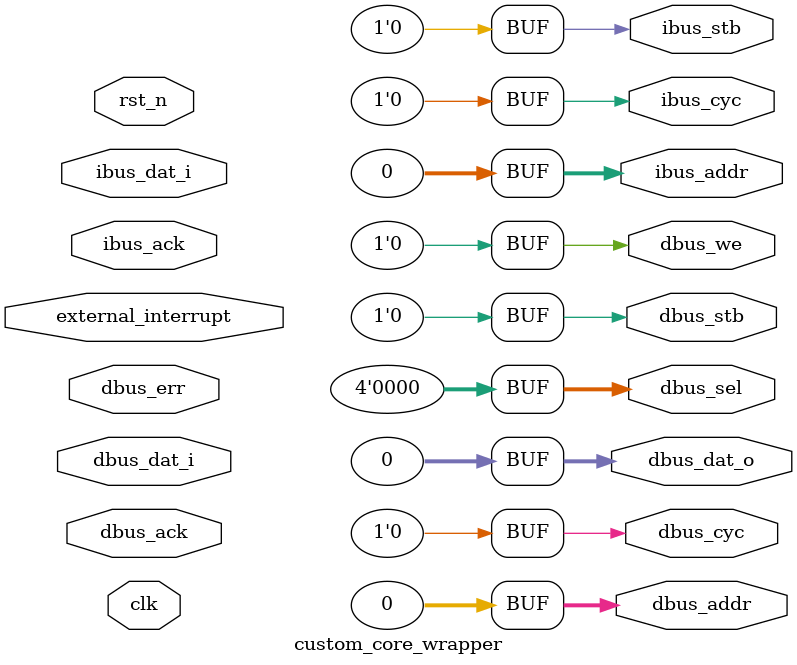
<source format=v>
/**
 * @file custom_core_wrapper.v
 * @brief Wrapper for Custom RV32IM Core - DROP-IN Replacement for VexRiscv
 *
 * This module wraps the custom RISC-V core to provide the EXACT SAME
 * Wishbone interface as vexriscv_wrapper.v, making it a drop-in replacement.
 *
 * IMPLEMENTATION STATUS: TEMPLATE/PLACEHOLDER
 *
 * TODO: Implement this module according to DROP_IN_REPLACEMENT_GUIDE.md
 *
 * The wrapper connects your custom core (which can use cmd/rsp or native
 * Wishbone) to the SoC's Wishbone buses. All peripherals, memory, and
 * firmware will work unchanged once you implement this wrapper.
 *
 * See: docs/DROP_IN_REPLACEMENT_GUIDE.md for complete implementation details
 *
 * @author Custom RISC-V Core Team
 * @date 2025-12-03
 * @version 0.1 - Template/Placeholder
 */

module custom_core_wrapper (
    input  wire        clk,
    input  wire        rst_n,

    // Wishbone Instruction Bus (master)
    output wire [31:0] ibus_addr,
    output wire        ibus_cyc,
    output wire        ibus_stb,
    input  wire        ibus_ack,
    input  wire [31:0] ibus_dat_i,

    // Wishbone Data Bus (master)
    output wire [31:0] dbus_addr,
    output wire [31:0] dbus_dat_o,
    input  wire [31:0] dbus_dat_i,
    output wire        dbus_we,
    output wire [3:0]  dbus_sel,
    output wire        dbus_cyc,
    output wire        dbus_stb,
    input  wire        dbus_ack,
    input  wire        dbus_err,

    // Interrupts
    input  wire [31:0] external_interrupt
);

    //==========================================================================
    // PLACEHOLDER IMPLEMENTATION
    //==========================================================================

    /**
     * This is a PLACEHOLDER to allow the SoC to compile.
     *
     * TO IMPLEMENT YOUR CUSTOM CORE:
     *
     * 1. Review docs/DROP_IN_REPLACEMENT_GUIDE.md
     * 2. Decide on approach:
     *    - Approach 1: Core with cmd/rsp interface (match VexRiscv exactly)
     *    - Approach 2: Core with native Wishbone (cleaner design)
     * 3. Implement custom_riscv_core.v (in this directory)
     * 4. Replace this placeholder with real wrapper (see guide for template)
     * 5. Add Zpec custom instructions to your core
     * 6. Test with existing peripherals and firmware
     *
     * The guide provides:
     * - Complete VexRiscv interface analysis
     * - Full wrapper template with examples
     * - Zpec instruction specifications
     * - Week-by-week implementation roadmap
     * - Testing strategies
     */

    // For now, tie off outputs to prevent synthesis errors
    assign ibus_addr = 32'h0;
    assign ibus_cyc = 1'b0;
    assign ibus_stb = 1'b0;

    assign dbus_addr = 32'h0;
    assign dbus_dat_o = 32'h0;
    assign dbus_we = 1'b0;
    assign dbus_sel = 4'h0;
    assign dbus_cyc = 1'b0;
    assign dbus_stb = 1'b0;

    // Synthesis-time warning
    // synthesis translate_off
    initial begin
        $display("");
        $display("=================================================================");
        $display("WARNING: custom_core_wrapper is a PLACEHOLDER!");
        $display("=================================================================");
        $display("This module needs to be implemented with your custom RV32IM core.");
        $display("");
        $display("See: 02-embedded/riscv/docs/DROP_IN_REPLACEMENT_GUIDE.md");
        $display("     for complete implementation instructions.");
        $display("");
        $display("The guide includes:");
        $display("  - VexRiscv interface specification");
        $display("  - Complete wrapper template");
        $display("  - Zpec custom instruction designs");
        $display("  - Step-by-step implementation roadmap");
        $display("=================================================================");
        $display("");
    end
    // synthesis translate_on

    //==========================================================================
    // UNCOMMENT WHEN IMPLEMENTING:
    //==========================================================================

    /*
    // Reset polarity conversion
    wire reset = !rst_n;

    // Custom core native signals
    wire        core_ibus_cmd_valid;
    wire        core_ibus_cmd_ready;
    wire [31:0] core_ibus_cmd_payload_pc;
    wire        core_ibus_rsp_valid;
    wire        core_ibus_rsp_payload_error;
    wire [31:0] core_ibus_rsp_payload_inst;

    wire        core_dbus_cmd_valid;
    wire        core_dbus_cmd_ready;
    wire        core_dbus_cmd_payload_wr;
    wire [3:0]  core_dbus_cmd_payload_mask;
    wire [31:0] core_dbus_cmd_payload_address;
    wire [31:0] core_dbus_cmd_payload_data;
    wire [1:0]  core_dbus_cmd_payload_size;
    wire        core_dbus_rsp_ready;
    wire        core_dbus_rsp_error;
    wire [31:0] core_dbus_rsp_data;

    // Custom core instantiation
    custom_riscv_core #(
        .RESET_VECTOR(32'h00000000)
    ) cpu (
        .clk(clk),
        .reset(reset),

        // Instruction bus (cmd/rsp)
        .iBus_cmd_valid(core_ibus_cmd_valid),
        .iBus_cmd_ready(core_ibus_cmd_ready),
        .iBus_cmd_payload_pc(core_ibus_cmd_payload_pc),
        .iBus_rsp_valid(core_ibus_rsp_valid),
        .iBus_rsp_payload_error(core_ibus_rsp_payload_error),
        .iBus_rsp_payload_inst(core_ibus_rsp_payload_inst),

        // Data bus (cmd/rsp)
        .dBus_cmd_valid(core_dbus_cmd_valid),
        .dBus_cmd_ready(core_dbus_cmd_ready),
        .dBus_cmd_payload_wr(core_dbus_cmd_payload_wr),
        .dBus_cmd_payload_mask(core_dbus_cmd_payload_mask),
        .dBus_cmd_payload_address(core_dbus_cmd_payload_address),
        .dBus_cmd_payload_data(core_dbus_cmd_payload_data),
        .dBus_cmd_payload_size(core_dbus_cmd_payload_size),
        .dBus_rsp_ready(core_dbus_rsp_ready),
        .dBus_rsp_error(core_dbus_rsp_error),
        .dBus_rsp_data(core_dbus_rsp_data),

        // Interrupts
        .timerInterrupt(1'b0),
        .externalInterrupt(|external_interrupt),
        .softwareInterrupt(1'b0)
    );

    // cmd/rsp to Wishbone adapters
    // See DROP_IN_REPLACEMENT_GUIDE.md for complete implementation
    */

endmodule

</source>
